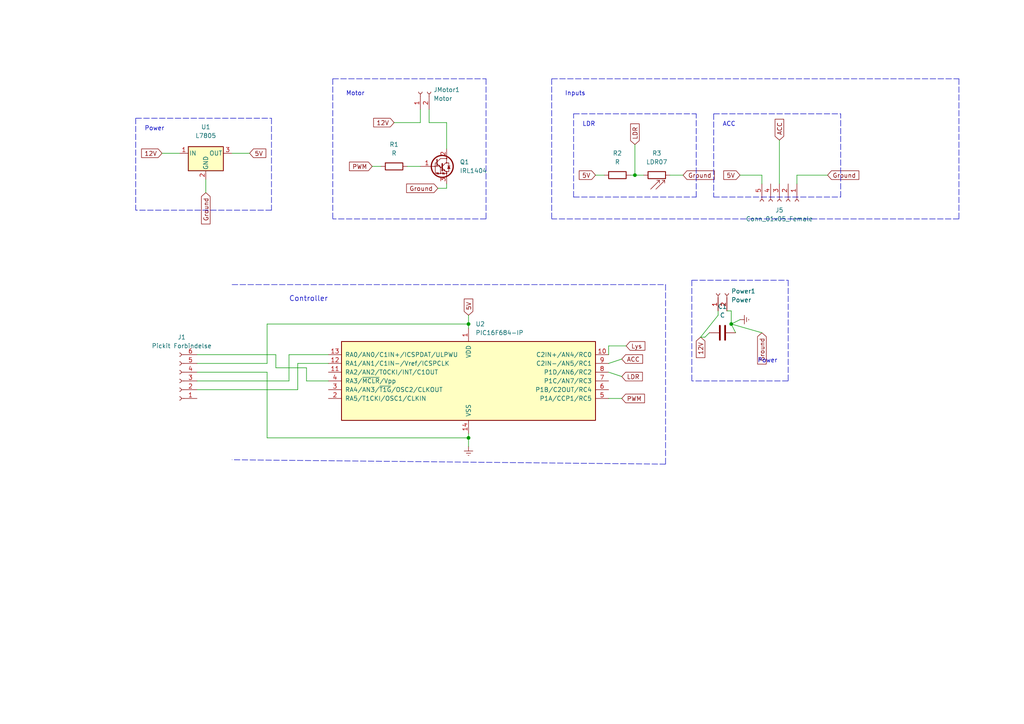
<source format=kicad_sch>
(kicad_sch (version 20211123) (generator eeschema)
  (paper "A4")
  (lib_symbols
    (symbol "Connector:Conn_01x02_Female" (pin_names (offset 1.016) hide)
      (property "Reference" "J" (at 0 2.54 0))
      (property "Value" "Conn_01x02_Female" (at 0 -5.08 0))
      (symbol "Conn_01x02_Female_1_1"
        (arc (start 0 -2.032) (mid -0.508 -2.54) (end 0 -3.048) (stroke (width 0.1524)))
        (polyline (pts (xy -1.27 -2.54) (xy -0.508 -2.54)) (stroke (width 0.1524)))
        (polyline (pts (xy -1.27 0) (xy -0.508 0)) (stroke (width 0.1524)))
        (arc (start 0 0.508) (mid -0.508 0) (end 0 -0.508) (stroke (width 0.1524)))
        (pin passive line (at -5.08 0 0) (length 3.81) (name "Pin_1") (number "1"))
        (pin passive line (at -5.08 -2.54 0) (length 3.81) (name "Pin_2") (number "2"))
      )
    )
    (symbol "Connector:Conn_01x05_Female" (pin_names (offset 1.016) hide)
      (property "Reference" "J" (at 0 7.62 0))
      (property "Value" "Conn_01x05_Female" (at 0 -7.62 0))
      (symbol "Conn_01x05_Female_1_1"
        (arc (start 0 -4.572) (mid -0.508 -5.08) (end 0 -5.588) (stroke (width 0.1524)))
        (arc (start 0 -2.032) (mid -0.508 -2.54) (end 0 -3.048) (stroke (width 0.1524)))
        (polyline (pts (xy -1.27 -5.08) (xy -0.508 -5.08)) (stroke (width 0.1524)))
        (polyline (pts (xy -1.27 -2.54) (xy -0.508 -2.54)) (stroke (width 0.1524)))
        (polyline (pts (xy -1.27 0) (xy -0.508 0)) (stroke (width 0.1524)))
        (polyline (pts (xy -1.27 2.54) (xy -0.508 2.54)) (stroke (width 0.1524)))
        (polyline (pts (xy -1.27 5.08) (xy -0.508 5.08)) (stroke (width 0.1524)))
        (arc (start 0 0.508) (mid -0.508 0) (end 0 -0.508) (stroke (width 0.1524)))
        (arc (start 0 3.048) (mid -0.508 2.54) (end 0 2.032) (stroke (width 0.1524)))
        (arc (start 0 5.588) (mid -0.508 5.08) (end 0 4.572) (stroke (width 0.1524)))
        (pin passive line (at -5.08 5.08 0) (length 3.81) (name "Pin_1") (number "1"))
        (pin passive line (at -5.08 2.54 0) (length 3.81) (name "Pin_2") (number "2"))
        (pin passive line (at -5.08 0 0) (length 3.81) (name "Pin_3") (number "3"))
        (pin passive line (at -5.08 -2.54 0) (length 3.81) (name "Pin_4") (number "4"))
        (pin passive line (at -5.08 -5.08 0) (length 3.81) (name "Pin_5") (number "5"))
      )
    )
    (symbol "Connector:Conn_01x06_Female" (pin_names (offset 1.016) hide)
      (property "Reference" "J" (at 0 7.62 0))
      (property "Value" "Conn_01x06_Female" (at 0 -10.16 0))
      (symbol "Conn_01x06_Female_1_1"
        (arc (start 0 -7.112) (mid -0.508 -7.62) (end 0 -8.128) (stroke (width 0.1524)))
        (arc (start 0 -4.572) (mid -0.508 -5.08) (end 0 -5.588) (stroke (width 0.1524)))
        (arc (start 0 -2.032) (mid -0.508 -2.54) (end 0 -3.048) (stroke (width 0.1524)))
        (polyline (pts (xy -1.27 -7.62) (xy -0.508 -7.62)) (stroke (width 0.1524)))
        (polyline (pts (xy -1.27 -5.08) (xy -0.508 -5.08)) (stroke (width 0.1524)))
        (polyline (pts (xy -1.27 -2.54) (xy -0.508 -2.54)) (stroke (width 0.1524)))
        (polyline (pts (xy -1.27 0) (xy -0.508 0)) (stroke (width 0.1524)))
        (polyline (pts (xy -1.27 2.54) (xy -0.508 2.54)) (stroke (width 0.1524)))
        (polyline (pts (xy -1.27 5.08) (xy -0.508 5.08)) (stroke (width 0.1524)))
        (arc (start 0 0.508) (mid -0.508 0) (end 0 -0.508) (stroke (width 0.1524)))
        (arc (start 0 3.048) (mid -0.508 2.54) (end 0 2.032) (stroke (width 0.1524)))
        (arc (start 0 5.588) (mid -0.508 5.08) (end 0 4.572) (stroke (width 0.1524)))
        (pin passive line (at -5.08 5.08 0) (length 3.81) (name "Pin_1") (number "1"))
        (pin passive line (at -5.08 2.54 0) (length 3.81) (name "Pin_2") (number "2"))
        (pin passive line (at -5.08 0 0) (length 3.81) (name "Pin_3") (number "3"))
        (pin passive line (at -5.08 -2.54 0) (length 3.81) (name "Pin_4") (number "4"))
        (pin passive line (at -5.08 -5.08 0) (length 3.81) (name "Pin_5") (number "5"))
        (pin passive line (at -5.08 -7.62 0) (length 3.81) (name "Pin_6") (number "6"))
      )
    )
    (symbol "Device:C" (pin_numbers hide) (pin_names (offset 0.254))
      (property "Reference" "C" (at 0.635 2.54 0))
      (property "Value" "C" (at 0.635 -2.54 0))
      (symbol "C_0_1"
        (polyline (pts (xy -2.032 -0.762) (xy 2.032 -0.762)) (stroke (width 0.508)))
        (polyline (pts (xy -2.032 0.762) (xy 2.032 0.762)) (stroke (width 0.508)))
      )
      (symbol "C_1_1"
        (pin passive line (at 0 3.81 270) (length 2.794) (name "~") (number "1"))
        (pin passive line (at 0 -3.81 90) (length 2.794) (name "~") (number "2"))
      )
    )
    (symbol "Device:R" (pin_numbers hide) (pin_names (offset 0))
      (property "Reference" "R" (at 2.032 0 90))
      (property "Value" "R" (at 0 0 90))
      (symbol "R_0_1"
        (rectangle (start -1.016 -2.54) (end 1.016 2.54) (stroke (width 0.254)))
      )
      (symbol "R_1_1"
        (pin passive line (at 0 3.81 270) (length 1.27) (name "~") (number "1"))
        (pin passive line (at 0 -3.81 90) (length 1.27) (name "~") (number "2"))
      )
    )
    (symbol "MCU_Microchip_PIC16:PIC16F684-IP" (pin_names (offset 1.016))
      (property "Reference" "U" (at -35.56 15.24 0))
      (property "Value" "PIC16F684-IP" (at -35.56 12.7 0))
      (symbol "PIC16F684-IP_0_1"
        (rectangle (start -36.83 11.43) (end 36.83 -11.43) (stroke (width 0.254)) (fill (type background)))
      )
      (symbol "PIC16F684-IP_1_1"
        (pin power_in line (at 0 15.24 270) (length 3.81) (name "VDD") (number "1"))
        (pin bidirectional line (at 40.64 7.62 180) (length 3.81) (name "C2IN+/AN4/RC0") (number "10"))
        (pin bidirectional line (at -40.64 2.54 0) (length 3.81) (name "RA2/AN2/T0CKI/INT/C1OUT") (number "11"))
        (pin bidirectional line (at -40.64 5.08 0) (length 3.81) (name "RA1/AN1/C1IN-/Vref/ICSPCLK") (number "12"))
        (pin bidirectional line (at -40.64 7.62 0) (length 3.81) (name "RA0/AN0/C1IN+/ICSPDAT/ULPWU") (number "13"))
        (pin power_in line (at 0 -15.24 90) (length 3.81) (name "VSS") (number "14"))
        (pin bidirectional line (at -40.64 -5.08 0) (length 3.81) (name "RA5/T1CKI/OSC1/CLKIN") (number "2"))
        (pin bidirectional line (at -40.64 -2.54 0) (length 3.81) (name "RA4/AN3/~{T1G}/OSC2/CLKOUT") (number "3"))
        (pin input line (at -40.64 0 0) (length 3.81) (name "RA3/~{MCLR}/Vpp") (number "4"))
        (pin bidirectional line (at 40.64 -5.08 180) (length 3.81) (name "P1A/CCP1/RC5") (number "5"))
        (pin bidirectional line (at 40.64 -2.54 180) (length 3.81) (name "P1B/C2OUT/RC4") (number "6"))
        (pin bidirectional line (at 40.64 0 180) (length 3.81) (name "P1C/AN7/RC3") (number "7"))
        (pin bidirectional line (at 40.64 2.54 180) (length 3.81) (name "P1D/AN6/RC2") (number "8"))
        (pin bidirectional line (at 40.64 5.08 180) (length 3.81) (name "C2IN-/AN5/RC1") (number "9"))
      )
    )
    (symbol "Regulator_Linear:L7805" (pin_names (offset 0.254))
      (property "Reference" "U" (at -3.81 3.175 0))
      (property "Value" "L7805" (at 0 3.175 0))
      (symbol "L7805_0_1"
        (rectangle (start -5.08 1.905) (end 5.08 -5.08) (stroke (width 0.254)) (fill (type background)))
      )
      (symbol "L7805_1_1"
        (pin power_in line (at -7.62 0 0) (length 2.54) (name "IN") (number "1"))
        (pin power_in line (at 0 -7.62 90) (length 2.54) (name "GND") (number "2"))
        (pin power_out line (at 7.62 0 180) (length 2.54) (name "OUT") (number "3"))
      )
    )
    (symbol "Sensor_Optical:LDR07" (pin_numbers hide) (pin_names (offset 0))
      (property "Reference" "R" (at -5.08 0 90))
      (property "Value" "LDR07" (at 1.905 0 90))
      (symbol "LDR07_0_1"
        (rectangle (start -1.016 2.54) (end 1.016 -2.54) (stroke (width 0.254)))
        (polyline (pts (xy -1.524 -2.286) (xy -4.064 0.254)))
        (polyline (pts (xy -1.524 -2.286) (xy -2.286 -2.286)))
        (polyline (pts (xy -1.524 -2.286) (xy -1.524 -1.524)))
        (polyline (pts (xy -1.524 -0.762) (xy -4.064 1.778)))
        (polyline (pts (xy -1.524 -0.762) (xy -2.286 -0.762)))
        (polyline (pts (xy -1.524 -0.762) (xy -1.524 0)))
      )
      (symbol "LDR07_1_1"
        (pin passive line (at 0 3.81 270) (length 1.27) (name "~") (number "1"))
        (pin passive line (at 0 -3.81 90) (length 1.27) (name "~") (number "2"))
      )
    )
    (symbol "Transistor_BJT:TIP120" (pin_names (offset 0) hide)
      (property "Reference" "Q" (at 5.08 1.905 0))
      (property "Value" "TIP120" (at 5.08 0 0))
      (symbol "TIP120_0_1"
        (circle (center -0.762 0) (radius 0.127))
        (polyline (pts (xy -1.27 0) (xy -0.889 0)))
        (polyline (pts (xy 2.54 -2.032) (xy 2.54 -2.54)))
        (polyline (pts (xy 2.54 -1.524) (xy 3.175 -1.524)))
        (polyline (pts (xy 2.794 0.127) (xy 3.556 0.127)))
        (polyline (pts (xy 3.175 -0.635) (xy 3.175 -1.524)))
        (polyline (pts (xy 3.175 1.016) (xy 2.54 1.016)))
        (polyline (pts (xy 3.175 1.016) (xy 3.175 0.127)))
        (polyline (pts (xy -0.254 0.762) (xy 0.762 -0.254) (xy 1.27 -0.254)))
        (polyline (pts (xy -0.254 1.016) (xy -0.762 1.016) (xy -0.762 -2.032)))
        (polyline (pts (xy -0.254 1.27) (xy 0.762 2.286) (xy 2.54 2.286)))
        (polyline (pts (xy -0.254 2.032) (xy -0.254 0) (xy -0.254 0)) (stroke (width 0.3048)))
        (polyline (pts (xy 1.27 0.762) (xy 1.27 -1.27) (xy 1.27 -1.27)) (stroke (width 0.381)))
        (polyline (pts (xy 0.635 -0.127) (xy 0.381 0.381) (xy 0.127 0.127) (xy 0.635 -0.127)))
        (polyline (pts (xy 1.27 -0.508) (xy 2.286 -1.524) (xy 2.54 -1.524) (xy 2.54 -2.032)))
        (polyline (pts (xy 1.27 0) (xy 2.286 1.016) (xy 2.54 1.016) (xy 2.54 2.286)))
        (polyline (pts (xy 2.159 -1.397) (xy 1.905 -0.889) (xy 1.651 -1.143) (xy 2.159 -1.397)))
        (polyline (pts (xy 3.175 0.127) (xy 2.794 -0.635) (xy 3.556 -0.635) (xy 3.175 0.127)) (fill (type outline)))
        (polyline (pts (xy 0.762 -2.032) (xy 0.381 -2.032) (xy 0.254 -2.286) (xy 0.127 -1.778) (xy 0 -2.286) (xy -0.127 -1.778) (xy -0.254 -2.286) (xy -0.381 -1.778) (xy -0.508 -2.032) (xy -0.762 -2.032)))
        (polyline (pts (xy 0.762 -0.254) (xy 0.762 -2.032) (xy 1.143 -2.032) (xy 1.27 -1.778) (xy 1.397 -2.286) (xy 1.524 -1.778) (xy 1.651 -2.286) (xy 1.778 -1.778) (xy 1.905 -2.286) (xy 2.032 -2.032) (xy 2.54 -2.032)))
        (circle (center 0.762 -2.032) (radius 0.127))
        (circle (center 0.762 -0.254) (radius 0.127))
        (circle (center 1.27 0) (radius 3.175) (stroke (width 0.3556)))
        (circle (center 2.54 -2.032) (radius 0.127))
        (circle (center 2.54 -1.524) (radius 0.127))
        (circle (center 2.54 1.016) (radius 0.127))
        (circle (center 2.54 2.286) (radius 0.127))
      )
      (symbol "TIP120_1_1"
        (pin input line (at -5.08 0 0) (length 3.81) (name "B") (number "1"))
        (pin passive line (at 2.54 5.08 270) (length 2.667) (name "C") (number "2"))
        (pin passive line (at 2.54 -5.08 90) (length 2.54) (name "E") (number "3"))
      )
    )
    (symbol "power:Earth" (power) (pin_names (offset 0))
      (symbol "Earth_0_1"
        (polyline (pts (xy -0.635 -1.905) (xy 0.635 -1.905)))
        (polyline (pts (xy -0.127 -2.54) (xy 0.127 -2.54)))
        (polyline (pts (xy 0 -1.27) (xy 0 0)))
        (polyline (pts (xy 1.27 -1.27) (xy -1.27 -1.27)))
      )
      (symbol "Earth_1_1"
        (pin power_in line (at 0 0 270) (length 0) hide (name "Earth") (number "1"))
      )
    )
  )
  (junction (at 212.09 93.98))
  (junction (at 184.15 50.8))
  (junction (at 135.89 93.98))
  (junction (at 135.89 127))
  (polyline (pts (xy 207.01 33.02) (xy 207.01 57.15)))
  (wire (pts (xy 176.53 107.95) (xy 180.34 109.22)))
  (wire (pts (xy 208.28 91.44) (xy 203.2 97.79)))
  (wire (pts (xy 57.15 113.03) (xy 86.36 113.03)))
  (polyline (pts (xy 160.02 22.86) (xy 278.13 22.86)))
  (polyline (pts (xy 228.6 81.28) (xy 228.6 110.49)))
  (wire (pts (xy 231.14 50.8) (xy 240.03 50.8)))
  (polyline (pts (xy 140.97 63.5) (xy 96.52 63.5)))
  (wire (pts (xy 204.47 97.79) (xy 203.2 97.79)))
  (wire (pts (xy 220.98 50.8) (xy 220.98 53.34)))
  (wire (pts (xy 212.09 93.98) (xy 212.09 90.17)))
  (wire (pts (xy 135.89 127) (xy 135.89 129.54)))
  (wire (pts (xy 208.28 91.44) (xy 208.28 90.17)))
  (wire (pts (xy 118.11 48.26) (xy 121.92 48.26)))
  (wire (pts (xy 220.98 96.52) (xy 212.09 93.98)))
  (polyline (pts (xy 228.6 110.49) (xy 200.66 110.49)))
  (polyline (pts (xy 278.13 63.5) (xy 160.02 63.5)))
  (polyline (pts (xy 78.74 60.96) (xy 39.37 60.96)))
  (wire (pts (xy 214.63 50.8) (xy 220.98 50.8)))
  (polyline (pts (xy 166.37 57.15) (xy 201.93 57.15)))
  (wire (pts (xy 172.72 50.8) (xy 175.26 50.8)))
  (polyline (pts (xy 200.66 81.28) (xy 228.6 81.28)))
  (wire (pts (xy 88.9 110.49) (xy 95.25 110.49)))
  (polyline (pts (xy 39.37 34.29) (xy 78.74 34.29)))
  (wire (pts (xy 135.89 91.44) (xy 135.89 93.98)))
  (polyline (pts (xy 166.37 57.15) (xy 166.37 33.02)))
  (polyline (pts (xy 166.37 33.02) (xy 201.93 33.02)))
  (wire (pts (xy 88.9 110.49) (xy 88.9 106.68)))
  (polyline (pts (xy 140.97 22.86) (xy 140.97 63.5)))
  (wire (pts (xy 176.53 102.87) (xy 176.53 100.33)))
  (wire (pts (xy 129.54 53.34) (xy 129.54 54.61)))
  (wire (pts (xy 80.01 106.68) (xy 80.01 102.87)))
  (wire (pts (xy 226.06 40.64) (xy 226.06 53.34)))
  (wire (pts (xy 176.53 100.33) (xy 181.61 100.33)))
  (wire (pts (xy 57.15 105.41) (xy 77.47 105.41)))
  (polyline (pts (xy 96.52 22.86) (xy 96.52 63.5)))
  (wire (pts (xy 114.3 35.56) (xy 121.92 35.56)))
  (wire (pts (xy 77.47 105.41) (xy 77.47 93.98)))
  (wire (pts (xy 86.36 113.03) (xy 86.36 105.41)))
  (wire (pts (xy 46.99 44.45) (xy 52.07 44.45)))
  (wire (pts (xy 83.82 102.87) (xy 95.25 102.87)))
  (wire (pts (xy 231.14 53.34) (xy 231.14 50.8)))
  (wire (pts (xy 176.53 115.57) (xy 180.34 115.57)))
  (wire (pts (xy 77.47 127) (xy 135.89 127)))
  (polyline (pts (xy 39.37 34.29) (xy 39.37 60.96)))
  (polyline (pts (xy 207.01 57.15) (xy 243.84 57.15)))
  (wire (pts (xy 124.46 35.56) (xy 124.46 31.75)))
  (wire (pts (xy 212.09 90.17) (xy 210.82 90.17)))
  (polyline (pts (xy 278.13 22.86) (xy 278.13 63.5)))
  (polyline (pts (xy 78.74 34.29) (xy 78.74 60.96)))
  (polyline (pts (xy 243.84 57.15) (xy 243.84 33.02)))
  (wire (pts (xy 86.36 105.41) (xy 95.25 105.41)))
  (wire (pts (xy 57.15 107.95) (xy 77.47 107.95)))
  (wire (pts (xy 77.47 93.98) (xy 135.89 93.98)))
  (wire (pts (xy 127 54.61) (xy 129.54 54.61)))
  (wire (pts (xy 59.69 52.07) (xy 59.69 55.88)))
  (polyline (pts (xy 193.04 134.62) (xy 67.31 133.35)))
  (wire (pts (xy 107.95 48.26) (xy 110.49 48.26)))
  (wire (pts (xy 184.15 50.8) (xy 186.69 50.8)))
  (wire (pts (xy 135.89 93.98) (xy 135.89 95.25)))
  (polyline (pts (xy 96.52 22.86) (xy 140.97 22.86)))
  (wire (pts (xy 135.89 125.73) (xy 135.89 127)))
  (polyline (pts (xy 193.04 82.55) (xy 193.04 134.62)))
  (wire (pts (xy 77.47 107.95) (xy 77.47 127)))
  (wire (pts (xy 129.54 35.56) (xy 129.54 43.18)))
  (wire (pts (xy 67.31 44.45) (xy 72.39 44.45)))
  (wire (pts (xy 57.15 102.87) (xy 80.01 102.87)))
  (polyline (pts (xy 201.93 57.15) (xy 201.93 33.02)))
  (wire (pts (xy 121.92 35.56) (xy 121.92 31.75)))
  (wire (pts (xy 129.54 35.56) (xy 124.46 35.56)))
  (wire (pts (xy 182.88 50.8) (xy 184.15 50.8)))
  (polyline (pts (xy 200.66 81.28) (xy 200.66 110.49)))
  (wire (pts (xy 212.09 93.98) (xy 214.63 92.71)))
  (wire (pts (xy 205.74 96.52) (xy 204.47 97.79)))
  (polyline (pts (xy 160.02 22.86) (xy 160.02 63.5)))
  (polyline (pts (xy 67.31 82.55) (xy 193.04 82.55)))
  (wire (pts (xy 57.15 110.49) (xy 83.82 110.49)))
  (polyline (pts (xy 207.01 33.02) (xy 243.84 33.02)))
  (wire (pts (xy 213.36 96.52) (xy 212.09 93.98)))
  (wire (pts (xy 83.82 110.49) (xy 83.82 102.87)))
  (wire (pts (xy 184.15 41.91) (xy 184.15 50.8)))
  (wire (pts (xy 176.53 105.41) (xy 180.34 104.14)))
  (wire (pts (xy 194.31 50.8) (xy 198.12 50.8)))
  (wire (pts (xy 88.9 106.68) (xy 80.01 106.68)))
  (text "Power\n" (at 219.71 105.41 0) (effects (font (size 1.27 1.27)) (justify left bottom)))
  (text "LDR\n" (at 168.91 36.83 0) (effects (font (size 1.27 1.27)) (justify left bottom)))
  (text "Power\n" (at 41.91 38.1 0) (effects (font (size 1.27 1.27)) (justify left bottom)))
  (text "Motor\n" (at 100.33 27.94 0) (effects (font (size 1.27 1.27)) (justify left bottom)))
  (text "Inputs\n" (at 163.83 27.94 0) (effects (font (size 1.27 1.27)) (justify left bottom)))
  (text "ACC" (at 209.55 36.83 0) (effects (font (size 1.27 1.27)) (justify left bottom)))
  (text "Controller\n" (at 83.82 87.63 0) (effects (font (size 1.5 1.5)) (justify left bottom)))
  (global_label "Ground" (shape input) (at 198.12 50.8 0) (property "Intersheet References" "${INTERSHEET_REFS}" (effects hide)))
  (global_label "ACC" (shape input) (at 226.06 40.64 90) (property "Intersheet References" "${INTERSHEET_REFS}" (effects hide)))
  (global_label "LDR" (shape input) (at 184.15 41.91 90) (property "Intersheet References" "${INTERSHEET_REFS}" (effects hide)))
  (global_label "12V" (shape input) (at 114.3 35.56 180) (property "Intersheet References" "${INTERSHEET_REFS}" (effects hide)))
  (global_label "Ground" (shape input) (at 220.98 96.52 270) (property "Intersheet References" "${INTERSHEET_REFS}" (effects hide)))
  (global_label "Lys" (shape input) (at 181.61 100.33 0) (property "Intersheet References" "${INTERSHEET_REFS}" (effects hide)))
  (global_label "Ground" (shape input) (at 240.03 50.8 0) (property "Intersheet References" "${INTERSHEET_REFS}" (effects hide)))
  (global_label "LDR" (shape input) (at 180.34 109.22 0) (property "Intersheet References" "${INTERSHEET_REFS}" (effects hide)))
  (global_label "5V" (shape input) (at 214.63 50.8 180) (property "Intersheet References" "${INTERSHEET_REFS}" (effects hide)))
  (global_label "Ground" (shape input) (at 59.69 55.88 270) (property "Intersheet References" "${INTERSHEET_REFS}" (effects hide)))
  (global_label "12V" (shape input) (at 203.2 97.79 270) (property "Intersheet References" "${INTERSHEET_REFS}" (effects hide)))
  (global_label "ACC" (shape input) (at 180.34 104.14 0) (property "Intersheet References" "${INTERSHEET_REFS}" (effects hide)))
  (global_label "PWM" (shape input) (at 107.95 48.26 180) (property "Intersheet References" "${INTERSHEET_REFS}" (effects hide)))
  (global_label "5V" (shape input) (at 172.72 50.8 180) (property "Intersheet References" "${INTERSHEET_REFS}" (effects hide)))
  (global_label "PWM" (shape input) (at 180.34 115.57 0) (property "Intersheet References" "${INTERSHEET_REFS}" (effects hide)))
  (global_label "12V" (shape input) (at 46.99 44.45 180) (property "Intersheet References" "${INTERSHEET_REFS}" (effects hide)))
  (global_label "5V" (shape input) (at 135.89 91.44 90) (property "Intersheet References" "${INTERSHEET_REFS}" (effects hide)))
  (global_label "5V" (shape input) (at 72.39 44.45 0) (property "Intersheet References" "${INTERSHEET_REFS}" (effects hide)))
  (global_label "Ground" (shape input) (at 127 54.61 180) (property "Intersheet References" "${INTERSHEET_REFS}" (effects hide)))
  (symbol (lib_id "Connector:Conn_01x06_Female") (at 52.07 110.49 180) (unit 1)
    (property "Reference" "J1" (at 52.705 97.79 0))
    (property "Value" "Pickit Forbindelse" (at 52.705 100.33 0))
    (property "Footprint" "Connector_PinHeader_2.54mm:PinHeader_1x06_P2.54mm_Vertical" (effects hide))
  )
  (symbol (lib_id "Device:R") (at 114.3 48.26 90) (unit 1)
    (property "Reference" "R1" (at 114.3 41.91 90))
    (property "Value" "R" (at 114.3 44.45 90))
    (property "Footprint" "Resistor_THT:R_Axial_DIN0207_L6.3mm_D2.5mm_P10.16mm_Horizontal" (effects hide))
  )
  (symbol (lib_id "MCU_Microchip_PIC16:PIC16F684-IP") (at 135.89 110.49 0) (unit 1)
    (property "Reference" "U2" (at 137.9094 93.98 0) (effects (justify left)))
    (property "Value" "PIC16F684-IP" (at 137.9094 96.52 0) (effects (justify left)))
    (property "Footprint" "Package_DIP:DIP-14_W7.62mm" (effects hide))
    (property "Datasheet" "http://ww1.microchip.com/downloads/en/DeviceDoc/41202F-print.pdf" (effects hide))
  )
  (symbol (lib_id "Connector:Conn_01x02_Female") (at 121.92 26.67 90) (unit 1)
    (property "Reference" "JMotor1" (at 125.73 26.0349 90) (effects (justify right)))
    (property "Value" "Motor" (at 125.73 28.5749 90) (effects (justify right)))
    (property "Footprint" "Connector_PinHeader_2.54mm:PinHeader_1x02_P2.54mm_Vertical" (effects hide))
  )
  (symbol (lib_id "Sensor_Optical:LDR07") (at 190.5 50.8 90) (unit 1)
    (property "Reference" "R3" (at 190.5 44.45 90))
    (property "Value" "LDR07" (at 190.5 46.99 90))
    (property "Footprint" "OptoDevice:R_LDR_5.1x4.3mm_P3.4mm_Vertical" (effects hide))
    (property "Datasheet" "http://www.tme.eu/de/Document/f2e3ad76a925811312d226c31da4cd7e/LDR07.pdf" (effects hide))
  )
  (symbol (lib_id "power:Earth") (at 214.63 92.71 90) (unit 1)
    (property "Reference" "#PWR0101" (effects hide))
    (property "Value" "Earth" (effects hide))
  )
  (symbol (lib_id "Connector:Conn_01x05_Female") (at 226.06 58.42 270) (unit 1)
    (property "Reference" "J5" (at 226.06 60.96 90))
    (property "Value" "Conn_01x05_Female" (at 226.06 63.5 90))
    (property "Footprint" "Connector_PinHeader_2.54mm:PinHeader_1x05_P2.54mm_Vertical" (effects hide))
  )
  (symbol (lib_id "Transistor_BJT:TIP120") (at 127 48.26 0) (unit 1)
    (property "Reference" "Q1" (at 133.35 46.9899 0) (effects (justify left)))
    (property "Value" "IRL1404" (at 133.35 49.5299 0) (effects (justify left)))
    (property "Footprint" "Package_TO_SOT_THT:TO-220-3_Vertical" (effects hide))
    (property "Datasheet" "https://www.onsemi.com/pub/Collateral/TIP120-D.PDF" (effects hide))
  )
  (symbol (lib_id "power:Earth") (at 135.89 129.54 0) (unit 1)
    (property "Reference" "#PWR0103" (effects hide))
    (property "Value" "Earth" (effects hide))
  )
  (symbol (lib_id "Device:C") (at 209.55 96.52 90) (unit 1)
    (property "Reference" "C1" (at 209.55 88.9 90))
    (property "Value" "C" (at 209.55 91.44 90))
    (property "Footprint" "Capacitor_THT:CP_Radial_D7.5mm_P2.50mm" (effects hide))
  )
  (symbol (lib_id "Connector:Conn_01x02_Female") (at 208.28 85.09 90) (unit 1)
    (property "Reference" "Power1" (at 212.09 84.4549 90) (effects (justify right)))
    (property "Value" "Power" (at 212.09 86.9949 90) (effects (justify right)))
    (property "Footprint" "Connector_PinHeader_2.54mm:PinHeader_1x02_P2.54mm_Vertical" (effects hide))
  )
  (symbol (lib_id "Regulator_Linear:L7805") (at 59.69 44.45 0) (unit 1)
    (property "Reference" "U1" (at 59.69 36.83 0))
    (property "Value" "L7805" (at 59.69 39.37 0))
    (property "Footprint" "Package_TO_SOT_THT:TO-220-3_Vertical" (effects hide))
    (property "Datasheet" "http://www.st.com/content/ccc/resource/technical/document/datasheet/41/4f/b3/b0/12/d4/47/88/CD00000444.pdf/files/CD00000444.pdf/jcr:content/translations/en.CD00000444.pdf" (effects hide))
  )
  (symbol (lib_id "Device:R") (at 179.07 50.8 90) (unit 1)
    (property "Reference" "R2" (at 179.07 44.45 90))
    (property "Value" "R" (at 179.07 46.99 90))
    (property "Footprint" "Resistor_THT:R_Axial_DIN0207_L6.3mm_D2.5mm_P10.16mm_Horizontal" (effects hide))
  )
)
</source>
